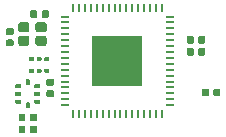
<source format=gtp>
G04 #@! TF.GenerationSoftware,KiCad,Pcbnew,5.0.1*
G04 #@! TF.CreationDate,2019-01-01T17:00:48+00:00*
G04 #@! TF.ProjectId,goodwatch30,676F6F64776174636833302E6B696361,30*
G04 #@! TF.SameCoordinates,Original*
G04 #@! TF.FileFunction,Paste,Top*
G04 #@! TF.FilePolarity,Positive*
%FSLAX46Y46*%
G04 Gerber Fmt 4.6, Leading zero omitted, Abs format (unit mm)*
G04 Created by KiCad (PCBNEW 5.0.1) date Tue 01 Jan 2019 05:00:48 PM UTC*
%MOMM*%
%LPD*%
G01*
G04 APERTURE LIST*
%ADD10C,0.100000*%
%ADD11C,0.590000*%
%ADD12C,0.330000*%
%ADD13C,0.350000*%
%ADD14C,0.850000*%
%ADD15O,0.800000X0.250000*%
%ADD16O,0.250000X0.800000*%
%ADD17R,4.250000X4.250000*%
G04 APERTURE END LIST*
D10*
G04 #@! TO.C,C2*
G36*
X114899958Y-74904710D02*
X114914276Y-74906834D01*
X114928317Y-74910351D01*
X114941946Y-74915228D01*
X114955031Y-74921417D01*
X114967447Y-74928858D01*
X114979073Y-74937481D01*
X114989798Y-74947202D01*
X114999519Y-74957927D01*
X115008142Y-74969553D01*
X115015583Y-74981969D01*
X115021772Y-74995054D01*
X115026649Y-75008683D01*
X115030166Y-75022724D01*
X115032290Y-75037042D01*
X115033000Y-75051500D01*
X115033000Y-75396500D01*
X115032290Y-75410958D01*
X115030166Y-75425276D01*
X115026649Y-75439317D01*
X115021772Y-75452946D01*
X115015583Y-75466031D01*
X115008142Y-75478447D01*
X114999519Y-75490073D01*
X114989798Y-75500798D01*
X114979073Y-75510519D01*
X114967447Y-75519142D01*
X114955031Y-75526583D01*
X114941946Y-75532772D01*
X114928317Y-75537649D01*
X114914276Y-75541166D01*
X114899958Y-75543290D01*
X114885500Y-75544000D01*
X114590500Y-75544000D01*
X114576042Y-75543290D01*
X114561724Y-75541166D01*
X114547683Y-75537649D01*
X114534054Y-75532772D01*
X114520969Y-75526583D01*
X114508553Y-75519142D01*
X114496927Y-75510519D01*
X114486202Y-75500798D01*
X114476481Y-75490073D01*
X114467858Y-75478447D01*
X114460417Y-75466031D01*
X114454228Y-75452946D01*
X114449351Y-75439317D01*
X114445834Y-75425276D01*
X114443710Y-75410958D01*
X114443000Y-75396500D01*
X114443000Y-75051500D01*
X114443710Y-75037042D01*
X114445834Y-75022724D01*
X114449351Y-75008683D01*
X114454228Y-74995054D01*
X114460417Y-74981969D01*
X114467858Y-74969553D01*
X114476481Y-74957927D01*
X114486202Y-74947202D01*
X114496927Y-74937481D01*
X114508553Y-74928858D01*
X114520969Y-74921417D01*
X114534054Y-74915228D01*
X114547683Y-74910351D01*
X114561724Y-74906834D01*
X114576042Y-74904710D01*
X114590500Y-74904000D01*
X114885500Y-74904000D01*
X114899958Y-74904710D01*
X114899958Y-74904710D01*
G37*
D11*
X114738000Y-75224000D03*
D10*
G36*
X113929958Y-74904710D02*
X113944276Y-74906834D01*
X113958317Y-74910351D01*
X113971946Y-74915228D01*
X113985031Y-74921417D01*
X113997447Y-74928858D01*
X114009073Y-74937481D01*
X114019798Y-74947202D01*
X114029519Y-74957927D01*
X114038142Y-74969553D01*
X114045583Y-74981969D01*
X114051772Y-74995054D01*
X114056649Y-75008683D01*
X114060166Y-75022724D01*
X114062290Y-75037042D01*
X114063000Y-75051500D01*
X114063000Y-75396500D01*
X114062290Y-75410958D01*
X114060166Y-75425276D01*
X114056649Y-75439317D01*
X114051772Y-75452946D01*
X114045583Y-75466031D01*
X114038142Y-75478447D01*
X114029519Y-75490073D01*
X114019798Y-75500798D01*
X114009073Y-75510519D01*
X113997447Y-75519142D01*
X113985031Y-75526583D01*
X113971946Y-75532772D01*
X113958317Y-75537649D01*
X113944276Y-75541166D01*
X113929958Y-75543290D01*
X113915500Y-75544000D01*
X113620500Y-75544000D01*
X113606042Y-75543290D01*
X113591724Y-75541166D01*
X113577683Y-75537649D01*
X113564054Y-75532772D01*
X113550969Y-75526583D01*
X113538553Y-75519142D01*
X113526927Y-75510519D01*
X113516202Y-75500798D01*
X113506481Y-75490073D01*
X113497858Y-75478447D01*
X113490417Y-75466031D01*
X113484228Y-75452946D01*
X113479351Y-75439317D01*
X113475834Y-75425276D01*
X113473710Y-75410958D01*
X113473000Y-75396500D01*
X113473000Y-75051500D01*
X113473710Y-75037042D01*
X113475834Y-75022724D01*
X113479351Y-75008683D01*
X113484228Y-74995054D01*
X113490417Y-74981969D01*
X113497858Y-74969553D01*
X113506481Y-74957927D01*
X113516202Y-74947202D01*
X113526927Y-74937481D01*
X113538553Y-74928858D01*
X113550969Y-74921417D01*
X113564054Y-74915228D01*
X113577683Y-74910351D01*
X113591724Y-74906834D01*
X113606042Y-74904710D01*
X113620500Y-74904000D01*
X113915500Y-74904000D01*
X113929958Y-74904710D01*
X113929958Y-74904710D01*
G37*
D11*
X113768000Y-75224000D03*
G04 #@! TD*
D10*
G04 #@! TO.C,C5*
G36*
X113929958Y-75920710D02*
X113944276Y-75922834D01*
X113958317Y-75926351D01*
X113971946Y-75931228D01*
X113985031Y-75937417D01*
X113997447Y-75944858D01*
X114009073Y-75953481D01*
X114019798Y-75963202D01*
X114029519Y-75973927D01*
X114038142Y-75985553D01*
X114045583Y-75997969D01*
X114051772Y-76011054D01*
X114056649Y-76024683D01*
X114060166Y-76038724D01*
X114062290Y-76053042D01*
X114063000Y-76067500D01*
X114063000Y-76412500D01*
X114062290Y-76426958D01*
X114060166Y-76441276D01*
X114056649Y-76455317D01*
X114051772Y-76468946D01*
X114045583Y-76482031D01*
X114038142Y-76494447D01*
X114029519Y-76506073D01*
X114019798Y-76516798D01*
X114009073Y-76526519D01*
X113997447Y-76535142D01*
X113985031Y-76542583D01*
X113971946Y-76548772D01*
X113958317Y-76553649D01*
X113944276Y-76557166D01*
X113929958Y-76559290D01*
X113915500Y-76560000D01*
X113620500Y-76560000D01*
X113606042Y-76559290D01*
X113591724Y-76557166D01*
X113577683Y-76553649D01*
X113564054Y-76548772D01*
X113550969Y-76542583D01*
X113538553Y-76535142D01*
X113526927Y-76526519D01*
X113516202Y-76516798D01*
X113506481Y-76506073D01*
X113497858Y-76494447D01*
X113490417Y-76482031D01*
X113484228Y-76468946D01*
X113479351Y-76455317D01*
X113475834Y-76441276D01*
X113473710Y-76426958D01*
X113473000Y-76412500D01*
X113473000Y-76067500D01*
X113473710Y-76053042D01*
X113475834Y-76038724D01*
X113479351Y-76024683D01*
X113484228Y-76011054D01*
X113490417Y-75997969D01*
X113497858Y-75985553D01*
X113506481Y-75973927D01*
X113516202Y-75963202D01*
X113526927Y-75953481D01*
X113538553Y-75944858D01*
X113550969Y-75937417D01*
X113564054Y-75931228D01*
X113577683Y-75926351D01*
X113591724Y-75922834D01*
X113606042Y-75920710D01*
X113620500Y-75920000D01*
X113915500Y-75920000D01*
X113929958Y-75920710D01*
X113929958Y-75920710D01*
G37*
D11*
X113768000Y-76240000D03*
D10*
G36*
X114899958Y-75920710D02*
X114914276Y-75922834D01*
X114928317Y-75926351D01*
X114941946Y-75931228D01*
X114955031Y-75937417D01*
X114967447Y-75944858D01*
X114979073Y-75953481D01*
X114989798Y-75963202D01*
X114999519Y-75973927D01*
X115008142Y-75985553D01*
X115015583Y-75997969D01*
X115021772Y-76011054D01*
X115026649Y-76024683D01*
X115030166Y-76038724D01*
X115032290Y-76053042D01*
X115033000Y-76067500D01*
X115033000Y-76412500D01*
X115032290Y-76426958D01*
X115030166Y-76441276D01*
X115026649Y-76455317D01*
X115021772Y-76468946D01*
X115015583Y-76482031D01*
X115008142Y-76494447D01*
X114999519Y-76506073D01*
X114989798Y-76516798D01*
X114979073Y-76526519D01*
X114967447Y-76535142D01*
X114955031Y-76542583D01*
X114941946Y-76548772D01*
X114928317Y-76553649D01*
X114914276Y-76557166D01*
X114899958Y-76559290D01*
X114885500Y-76560000D01*
X114590500Y-76560000D01*
X114576042Y-76559290D01*
X114561724Y-76557166D01*
X114547683Y-76553649D01*
X114534054Y-76548772D01*
X114520969Y-76542583D01*
X114508553Y-76535142D01*
X114496927Y-76526519D01*
X114486202Y-76516798D01*
X114476481Y-76506073D01*
X114467858Y-76494447D01*
X114460417Y-76482031D01*
X114454228Y-76468946D01*
X114449351Y-76455317D01*
X114445834Y-76441276D01*
X114443710Y-76426958D01*
X114443000Y-76412500D01*
X114443000Y-76067500D01*
X114443710Y-76053042D01*
X114445834Y-76038724D01*
X114449351Y-76024683D01*
X114454228Y-76011054D01*
X114460417Y-75997969D01*
X114467858Y-75985553D01*
X114476481Y-75973927D01*
X114486202Y-75963202D01*
X114496927Y-75953481D01*
X114508553Y-75944858D01*
X114520969Y-75937417D01*
X114534054Y-75931228D01*
X114547683Y-75926351D01*
X114561724Y-75922834D01*
X114576042Y-75920710D01*
X114590500Y-75920000D01*
X114885500Y-75920000D01*
X114899958Y-75920710D01*
X114899958Y-75920710D01*
G37*
D11*
X114738000Y-76240000D03*
G04 #@! TD*
D10*
G04 #@! TO.C,C6*
G36*
X100676958Y-72720310D02*
X100691276Y-72722434D01*
X100705317Y-72725951D01*
X100718946Y-72730828D01*
X100732031Y-72737017D01*
X100744447Y-72744458D01*
X100756073Y-72753081D01*
X100766798Y-72762802D01*
X100776519Y-72773527D01*
X100785142Y-72785153D01*
X100792583Y-72797569D01*
X100798772Y-72810654D01*
X100803649Y-72824283D01*
X100807166Y-72838324D01*
X100809290Y-72852642D01*
X100810000Y-72867100D01*
X100810000Y-73212100D01*
X100809290Y-73226558D01*
X100807166Y-73240876D01*
X100803649Y-73254917D01*
X100798772Y-73268546D01*
X100792583Y-73281631D01*
X100785142Y-73294047D01*
X100776519Y-73305673D01*
X100766798Y-73316398D01*
X100756073Y-73326119D01*
X100744447Y-73334742D01*
X100732031Y-73342183D01*
X100718946Y-73348372D01*
X100705317Y-73353249D01*
X100691276Y-73356766D01*
X100676958Y-73358890D01*
X100662500Y-73359600D01*
X100367500Y-73359600D01*
X100353042Y-73358890D01*
X100338724Y-73356766D01*
X100324683Y-73353249D01*
X100311054Y-73348372D01*
X100297969Y-73342183D01*
X100285553Y-73334742D01*
X100273927Y-73326119D01*
X100263202Y-73316398D01*
X100253481Y-73305673D01*
X100244858Y-73294047D01*
X100237417Y-73281631D01*
X100231228Y-73268546D01*
X100226351Y-73254917D01*
X100222834Y-73240876D01*
X100220710Y-73226558D01*
X100220000Y-73212100D01*
X100220000Y-72867100D01*
X100220710Y-72852642D01*
X100222834Y-72838324D01*
X100226351Y-72824283D01*
X100231228Y-72810654D01*
X100237417Y-72797569D01*
X100244858Y-72785153D01*
X100253481Y-72773527D01*
X100263202Y-72762802D01*
X100273927Y-72753081D01*
X100285553Y-72744458D01*
X100297969Y-72737017D01*
X100311054Y-72730828D01*
X100324683Y-72725951D01*
X100338724Y-72722434D01*
X100353042Y-72720310D01*
X100367500Y-72719600D01*
X100662500Y-72719600D01*
X100676958Y-72720310D01*
X100676958Y-72720310D01*
G37*
D11*
X100515000Y-73039600D03*
D10*
G36*
X101646958Y-72720310D02*
X101661276Y-72722434D01*
X101675317Y-72725951D01*
X101688946Y-72730828D01*
X101702031Y-72737017D01*
X101714447Y-72744458D01*
X101726073Y-72753081D01*
X101736798Y-72762802D01*
X101746519Y-72773527D01*
X101755142Y-72785153D01*
X101762583Y-72797569D01*
X101768772Y-72810654D01*
X101773649Y-72824283D01*
X101777166Y-72838324D01*
X101779290Y-72852642D01*
X101780000Y-72867100D01*
X101780000Y-73212100D01*
X101779290Y-73226558D01*
X101777166Y-73240876D01*
X101773649Y-73254917D01*
X101768772Y-73268546D01*
X101762583Y-73281631D01*
X101755142Y-73294047D01*
X101746519Y-73305673D01*
X101736798Y-73316398D01*
X101726073Y-73326119D01*
X101714447Y-73334742D01*
X101702031Y-73342183D01*
X101688946Y-73348372D01*
X101675317Y-73353249D01*
X101661276Y-73356766D01*
X101646958Y-73358890D01*
X101632500Y-73359600D01*
X101337500Y-73359600D01*
X101323042Y-73358890D01*
X101308724Y-73356766D01*
X101294683Y-73353249D01*
X101281054Y-73348372D01*
X101267969Y-73342183D01*
X101255553Y-73334742D01*
X101243927Y-73326119D01*
X101233202Y-73316398D01*
X101223481Y-73305673D01*
X101214858Y-73294047D01*
X101207417Y-73281631D01*
X101201228Y-73268546D01*
X101196351Y-73254917D01*
X101192834Y-73240876D01*
X101190710Y-73226558D01*
X101190000Y-73212100D01*
X101190000Y-72867100D01*
X101190710Y-72852642D01*
X101192834Y-72838324D01*
X101196351Y-72824283D01*
X101201228Y-72810654D01*
X101207417Y-72797569D01*
X101214858Y-72785153D01*
X101223481Y-72773527D01*
X101233202Y-72762802D01*
X101243927Y-72753081D01*
X101255553Y-72744458D01*
X101267969Y-72737017D01*
X101281054Y-72730828D01*
X101294683Y-72725951D01*
X101308724Y-72722434D01*
X101323042Y-72720310D01*
X101337500Y-72719600D01*
X101632500Y-72719600D01*
X101646958Y-72720310D01*
X101646958Y-72720310D01*
G37*
D11*
X101485000Y-73039600D03*
G04 #@! TD*
D10*
G04 #@! TO.C,C7*
G36*
X98666558Y-75190710D02*
X98680876Y-75192834D01*
X98694917Y-75196351D01*
X98708546Y-75201228D01*
X98721631Y-75207417D01*
X98734047Y-75214858D01*
X98745673Y-75223481D01*
X98756398Y-75233202D01*
X98766119Y-75243927D01*
X98774742Y-75255553D01*
X98782183Y-75267969D01*
X98788372Y-75281054D01*
X98793249Y-75294683D01*
X98796766Y-75308724D01*
X98798890Y-75323042D01*
X98799600Y-75337500D01*
X98799600Y-75632500D01*
X98798890Y-75646958D01*
X98796766Y-75661276D01*
X98793249Y-75675317D01*
X98788372Y-75688946D01*
X98782183Y-75702031D01*
X98774742Y-75714447D01*
X98766119Y-75726073D01*
X98756398Y-75736798D01*
X98745673Y-75746519D01*
X98734047Y-75755142D01*
X98721631Y-75762583D01*
X98708546Y-75768772D01*
X98694917Y-75773649D01*
X98680876Y-75777166D01*
X98666558Y-75779290D01*
X98652100Y-75780000D01*
X98307100Y-75780000D01*
X98292642Y-75779290D01*
X98278324Y-75777166D01*
X98264283Y-75773649D01*
X98250654Y-75768772D01*
X98237569Y-75762583D01*
X98225153Y-75755142D01*
X98213527Y-75746519D01*
X98202802Y-75736798D01*
X98193081Y-75726073D01*
X98184458Y-75714447D01*
X98177017Y-75702031D01*
X98170828Y-75688946D01*
X98165951Y-75675317D01*
X98162434Y-75661276D01*
X98160310Y-75646958D01*
X98159600Y-75632500D01*
X98159600Y-75337500D01*
X98160310Y-75323042D01*
X98162434Y-75308724D01*
X98165951Y-75294683D01*
X98170828Y-75281054D01*
X98177017Y-75267969D01*
X98184458Y-75255553D01*
X98193081Y-75243927D01*
X98202802Y-75233202D01*
X98213527Y-75223481D01*
X98225153Y-75214858D01*
X98237569Y-75207417D01*
X98250654Y-75201228D01*
X98264283Y-75196351D01*
X98278324Y-75192834D01*
X98292642Y-75190710D01*
X98307100Y-75190000D01*
X98652100Y-75190000D01*
X98666558Y-75190710D01*
X98666558Y-75190710D01*
G37*
D11*
X98479600Y-75485000D03*
D10*
G36*
X98666558Y-74220710D02*
X98680876Y-74222834D01*
X98694917Y-74226351D01*
X98708546Y-74231228D01*
X98721631Y-74237417D01*
X98734047Y-74244858D01*
X98745673Y-74253481D01*
X98756398Y-74263202D01*
X98766119Y-74273927D01*
X98774742Y-74285553D01*
X98782183Y-74297969D01*
X98788372Y-74311054D01*
X98793249Y-74324683D01*
X98796766Y-74338724D01*
X98798890Y-74353042D01*
X98799600Y-74367500D01*
X98799600Y-74662500D01*
X98798890Y-74676958D01*
X98796766Y-74691276D01*
X98793249Y-74705317D01*
X98788372Y-74718946D01*
X98782183Y-74732031D01*
X98774742Y-74744447D01*
X98766119Y-74756073D01*
X98756398Y-74766798D01*
X98745673Y-74776519D01*
X98734047Y-74785142D01*
X98721631Y-74792583D01*
X98708546Y-74798772D01*
X98694917Y-74803649D01*
X98680876Y-74807166D01*
X98666558Y-74809290D01*
X98652100Y-74810000D01*
X98307100Y-74810000D01*
X98292642Y-74809290D01*
X98278324Y-74807166D01*
X98264283Y-74803649D01*
X98250654Y-74798772D01*
X98237569Y-74792583D01*
X98225153Y-74785142D01*
X98213527Y-74776519D01*
X98202802Y-74766798D01*
X98193081Y-74756073D01*
X98184458Y-74744447D01*
X98177017Y-74732031D01*
X98170828Y-74718946D01*
X98165951Y-74705317D01*
X98162434Y-74691276D01*
X98160310Y-74676958D01*
X98159600Y-74662500D01*
X98159600Y-74367500D01*
X98160310Y-74353042D01*
X98162434Y-74338724D01*
X98165951Y-74324683D01*
X98170828Y-74311054D01*
X98177017Y-74297969D01*
X98184458Y-74285553D01*
X98193081Y-74273927D01*
X98202802Y-74263202D01*
X98213527Y-74253481D01*
X98225153Y-74244858D01*
X98237569Y-74237417D01*
X98250654Y-74231228D01*
X98264283Y-74226351D01*
X98278324Y-74222834D01*
X98292642Y-74220710D01*
X98307100Y-74220000D01*
X98652100Y-74220000D01*
X98666558Y-74220710D01*
X98666558Y-74220710D01*
G37*
D11*
X98479600Y-74515000D03*
G04 #@! TD*
D10*
G04 #@! TO.C,C10*
G36*
X100646958Y-81480710D02*
X100661276Y-81482834D01*
X100675317Y-81486351D01*
X100688946Y-81491228D01*
X100702031Y-81497417D01*
X100714447Y-81504858D01*
X100726073Y-81513481D01*
X100736798Y-81523202D01*
X100746519Y-81533927D01*
X100755142Y-81545553D01*
X100762583Y-81557969D01*
X100768772Y-81571054D01*
X100773649Y-81584683D01*
X100777166Y-81598724D01*
X100779290Y-81613042D01*
X100780000Y-81627500D01*
X100780000Y-81972500D01*
X100779290Y-81986958D01*
X100777166Y-82001276D01*
X100773649Y-82015317D01*
X100768772Y-82028946D01*
X100762583Y-82042031D01*
X100755142Y-82054447D01*
X100746519Y-82066073D01*
X100736798Y-82076798D01*
X100726073Y-82086519D01*
X100714447Y-82095142D01*
X100702031Y-82102583D01*
X100688946Y-82108772D01*
X100675317Y-82113649D01*
X100661276Y-82117166D01*
X100646958Y-82119290D01*
X100632500Y-82120000D01*
X100337500Y-82120000D01*
X100323042Y-82119290D01*
X100308724Y-82117166D01*
X100294683Y-82113649D01*
X100281054Y-82108772D01*
X100267969Y-82102583D01*
X100255553Y-82095142D01*
X100243927Y-82086519D01*
X100233202Y-82076798D01*
X100223481Y-82066073D01*
X100214858Y-82054447D01*
X100207417Y-82042031D01*
X100201228Y-82028946D01*
X100196351Y-82015317D01*
X100192834Y-82001276D01*
X100190710Y-81986958D01*
X100190000Y-81972500D01*
X100190000Y-81627500D01*
X100190710Y-81613042D01*
X100192834Y-81598724D01*
X100196351Y-81584683D01*
X100201228Y-81571054D01*
X100207417Y-81557969D01*
X100214858Y-81545553D01*
X100223481Y-81533927D01*
X100233202Y-81523202D01*
X100243927Y-81513481D01*
X100255553Y-81504858D01*
X100267969Y-81497417D01*
X100281054Y-81491228D01*
X100294683Y-81486351D01*
X100308724Y-81482834D01*
X100323042Y-81480710D01*
X100337500Y-81480000D01*
X100632500Y-81480000D01*
X100646958Y-81480710D01*
X100646958Y-81480710D01*
G37*
D11*
X100485000Y-81800000D03*
D10*
G36*
X99676958Y-81480710D02*
X99691276Y-81482834D01*
X99705317Y-81486351D01*
X99718946Y-81491228D01*
X99732031Y-81497417D01*
X99744447Y-81504858D01*
X99756073Y-81513481D01*
X99766798Y-81523202D01*
X99776519Y-81533927D01*
X99785142Y-81545553D01*
X99792583Y-81557969D01*
X99798772Y-81571054D01*
X99803649Y-81584683D01*
X99807166Y-81598724D01*
X99809290Y-81613042D01*
X99810000Y-81627500D01*
X99810000Y-81972500D01*
X99809290Y-81986958D01*
X99807166Y-82001276D01*
X99803649Y-82015317D01*
X99798772Y-82028946D01*
X99792583Y-82042031D01*
X99785142Y-82054447D01*
X99776519Y-82066073D01*
X99766798Y-82076798D01*
X99756073Y-82086519D01*
X99744447Y-82095142D01*
X99732031Y-82102583D01*
X99718946Y-82108772D01*
X99705317Y-82113649D01*
X99691276Y-82117166D01*
X99676958Y-82119290D01*
X99662500Y-82120000D01*
X99367500Y-82120000D01*
X99353042Y-82119290D01*
X99338724Y-82117166D01*
X99324683Y-82113649D01*
X99311054Y-82108772D01*
X99297969Y-82102583D01*
X99285553Y-82095142D01*
X99273927Y-82086519D01*
X99263202Y-82076798D01*
X99253481Y-82066073D01*
X99244858Y-82054447D01*
X99237417Y-82042031D01*
X99231228Y-82028946D01*
X99226351Y-82015317D01*
X99222834Y-82001276D01*
X99220710Y-81986958D01*
X99220000Y-81972500D01*
X99220000Y-81627500D01*
X99220710Y-81613042D01*
X99222834Y-81598724D01*
X99226351Y-81584683D01*
X99231228Y-81571054D01*
X99237417Y-81557969D01*
X99244858Y-81545553D01*
X99253481Y-81533927D01*
X99263202Y-81523202D01*
X99273927Y-81513481D01*
X99285553Y-81504858D01*
X99297969Y-81497417D01*
X99311054Y-81491228D01*
X99324683Y-81486351D01*
X99338724Y-81482834D01*
X99353042Y-81480710D01*
X99367500Y-81480000D01*
X99662500Y-81480000D01*
X99676958Y-81480710D01*
X99676958Y-81480710D01*
G37*
D11*
X99515000Y-81800000D03*
G04 #@! TD*
D10*
G04 #@! TO.C,R1*
G36*
X99676958Y-82480710D02*
X99691276Y-82482834D01*
X99705317Y-82486351D01*
X99718946Y-82491228D01*
X99732031Y-82497417D01*
X99744447Y-82504858D01*
X99756073Y-82513481D01*
X99766798Y-82523202D01*
X99776519Y-82533927D01*
X99785142Y-82545553D01*
X99792583Y-82557969D01*
X99798772Y-82571054D01*
X99803649Y-82584683D01*
X99807166Y-82598724D01*
X99809290Y-82613042D01*
X99810000Y-82627500D01*
X99810000Y-82972500D01*
X99809290Y-82986958D01*
X99807166Y-83001276D01*
X99803649Y-83015317D01*
X99798772Y-83028946D01*
X99792583Y-83042031D01*
X99785142Y-83054447D01*
X99776519Y-83066073D01*
X99766798Y-83076798D01*
X99756073Y-83086519D01*
X99744447Y-83095142D01*
X99732031Y-83102583D01*
X99718946Y-83108772D01*
X99705317Y-83113649D01*
X99691276Y-83117166D01*
X99676958Y-83119290D01*
X99662500Y-83120000D01*
X99367500Y-83120000D01*
X99353042Y-83119290D01*
X99338724Y-83117166D01*
X99324683Y-83113649D01*
X99311054Y-83108772D01*
X99297969Y-83102583D01*
X99285553Y-83095142D01*
X99273927Y-83086519D01*
X99263202Y-83076798D01*
X99253481Y-83066073D01*
X99244858Y-83054447D01*
X99237417Y-83042031D01*
X99231228Y-83028946D01*
X99226351Y-83015317D01*
X99222834Y-83001276D01*
X99220710Y-82986958D01*
X99220000Y-82972500D01*
X99220000Y-82627500D01*
X99220710Y-82613042D01*
X99222834Y-82598724D01*
X99226351Y-82584683D01*
X99231228Y-82571054D01*
X99237417Y-82557969D01*
X99244858Y-82545553D01*
X99253481Y-82533927D01*
X99263202Y-82523202D01*
X99273927Y-82513481D01*
X99285553Y-82504858D01*
X99297969Y-82497417D01*
X99311054Y-82491228D01*
X99324683Y-82486351D01*
X99338724Y-82482834D01*
X99353042Y-82480710D01*
X99367500Y-82480000D01*
X99662500Y-82480000D01*
X99676958Y-82480710D01*
X99676958Y-82480710D01*
G37*
D11*
X99515000Y-82800000D03*
D10*
G36*
X100646958Y-82480710D02*
X100661276Y-82482834D01*
X100675317Y-82486351D01*
X100688946Y-82491228D01*
X100702031Y-82497417D01*
X100714447Y-82504858D01*
X100726073Y-82513481D01*
X100736798Y-82523202D01*
X100746519Y-82533927D01*
X100755142Y-82545553D01*
X100762583Y-82557969D01*
X100768772Y-82571054D01*
X100773649Y-82584683D01*
X100777166Y-82598724D01*
X100779290Y-82613042D01*
X100780000Y-82627500D01*
X100780000Y-82972500D01*
X100779290Y-82986958D01*
X100777166Y-83001276D01*
X100773649Y-83015317D01*
X100768772Y-83028946D01*
X100762583Y-83042031D01*
X100755142Y-83054447D01*
X100746519Y-83066073D01*
X100736798Y-83076798D01*
X100726073Y-83086519D01*
X100714447Y-83095142D01*
X100702031Y-83102583D01*
X100688946Y-83108772D01*
X100675317Y-83113649D01*
X100661276Y-83117166D01*
X100646958Y-83119290D01*
X100632500Y-83120000D01*
X100337500Y-83120000D01*
X100323042Y-83119290D01*
X100308724Y-83117166D01*
X100294683Y-83113649D01*
X100281054Y-83108772D01*
X100267969Y-83102583D01*
X100255553Y-83095142D01*
X100243927Y-83086519D01*
X100233202Y-83076798D01*
X100223481Y-83066073D01*
X100214858Y-83054447D01*
X100207417Y-83042031D01*
X100201228Y-83028946D01*
X100196351Y-83015317D01*
X100192834Y-83001276D01*
X100190710Y-82986958D01*
X100190000Y-82972500D01*
X100190000Y-82627500D01*
X100190710Y-82613042D01*
X100192834Y-82598724D01*
X100196351Y-82584683D01*
X100201228Y-82571054D01*
X100207417Y-82557969D01*
X100214858Y-82545553D01*
X100223481Y-82533927D01*
X100233202Y-82523202D01*
X100243927Y-82513481D01*
X100255553Y-82504858D01*
X100267969Y-82497417D01*
X100281054Y-82491228D01*
X100294683Y-82486351D01*
X100308724Y-82482834D01*
X100323042Y-82480710D01*
X100337500Y-82480000D01*
X100632500Y-82480000D01*
X100646958Y-82480710D01*
X100646958Y-82480710D01*
G37*
D11*
X100485000Y-82800000D03*
G04 #@! TD*
D10*
G04 #@! TO.C,R2*
G36*
X102086958Y-78520710D02*
X102101276Y-78522834D01*
X102115317Y-78526351D01*
X102128946Y-78531228D01*
X102142031Y-78537417D01*
X102154447Y-78544858D01*
X102166073Y-78553481D01*
X102176798Y-78563202D01*
X102186519Y-78573927D01*
X102195142Y-78585553D01*
X102202583Y-78597969D01*
X102208772Y-78611054D01*
X102213649Y-78624683D01*
X102217166Y-78638724D01*
X102219290Y-78653042D01*
X102220000Y-78667500D01*
X102220000Y-78962500D01*
X102219290Y-78976958D01*
X102217166Y-78991276D01*
X102213649Y-79005317D01*
X102208772Y-79018946D01*
X102202583Y-79032031D01*
X102195142Y-79044447D01*
X102186519Y-79056073D01*
X102176798Y-79066798D01*
X102166073Y-79076519D01*
X102154447Y-79085142D01*
X102142031Y-79092583D01*
X102128946Y-79098772D01*
X102115317Y-79103649D01*
X102101276Y-79107166D01*
X102086958Y-79109290D01*
X102072500Y-79110000D01*
X101727500Y-79110000D01*
X101713042Y-79109290D01*
X101698724Y-79107166D01*
X101684683Y-79103649D01*
X101671054Y-79098772D01*
X101657969Y-79092583D01*
X101645553Y-79085142D01*
X101633927Y-79076519D01*
X101623202Y-79066798D01*
X101613481Y-79056073D01*
X101604858Y-79044447D01*
X101597417Y-79032031D01*
X101591228Y-79018946D01*
X101586351Y-79005317D01*
X101582834Y-78991276D01*
X101580710Y-78976958D01*
X101580000Y-78962500D01*
X101580000Y-78667500D01*
X101580710Y-78653042D01*
X101582834Y-78638724D01*
X101586351Y-78624683D01*
X101591228Y-78611054D01*
X101597417Y-78597969D01*
X101604858Y-78585553D01*
X101613481Y-78573927D01*
X101623202Y-78563202D01*
X101633927Y-78553481D01*
X101645553Y-78544858D01*
X101657969Y-78537417D01*
X101671054Y-78531228D01*
X101684683Y-78526351D01*
X101698724Y-78522834D01*
X101713042Y-78520710D01*
X101727500Y-78520000D01*
X102072500Y-78520000D01*
X102086958Y-78520710D01*
X102086958Y-78520710D01*
G37*
D11*
X101900000Y-78815000D03*
D10*
G36*
X102086958Y-79490710D02*
X102101276Y-79492834D01*
X102115317Y-79496351D01*
X102128946Y-79501228D01*
X102142031Y-79507417D01*
X102154447Y-79514858D01*
X102166073Y-79523481D01*
X102176798Y-79533202D01*
X102186519Y-79543927D01*
X102195142Y-79555553D01*
X102202583Y-79567969D01*
X102208772Y-79581054D01*
X102213649Y-79594683D01*
X102217166Y-79608724D01*
X102219290Y-79623042D01*
X102220000Y-79637500D01*
X102220000Y-79932500D01*
X102219290Y-79946958D01*
X102217166Y-79961276D01*
X102213649Y-79975317D01*
X102208772Y-79988946D01*
X102202583Y-80002031D01*
X102195142Y-80014447D01*
X102186519Y-80026073D01*
X102176798Y-80036798D01*
X102166073Y-80046519D01*
X102154447Y-80055142D01*
X102142031Y-80062583D01*
X102128946Y-80068772D01*
X102115317Y-80073649D01*
X102101276Y-80077166D01*
X102086958Y-80079290D01*
X102072500Y-80080000D01*
X101727500Y-80080000D01*
X101713042Y-80079290D01*
X101698724Y-80077166D01*
X101684683Y-80073649D01*
X101671054Y-80068772D01*
X101657969Y-80062583D01*
X101645553Y-80055142D01*
X101633927Y-80046519D01*
X101623202Y-80036798D01*
X101613481Y-80026073D01*
X101604858Y-80014447D01*
X101597417Y-80002031D01*
X101591228Y-79988946D01*
X101586351Y-79975317D01*
X101582834Y-79961276D01*
X101580710Y-79946958D01*
X101580000Y-79932500D01*
X101580000Y-79637500D01*
X101580710Y-79623042D01*
X101582834Y-79608724D01*
X101586351Y-79594683D01*
X101591228Y-79581054D01*
X101597417Y-79567969D01*
X101604858Y-79555553D01*
X101613481Y-79543927D01*
X101623202Y-79533202D01*
X101633927Y-79523481D01*
X101645553Y-79514858D01*
X101657969Y-79507417D01*
X101671054Y-79501228D01*
X101684683Y-79496351D01*
X101698724Y-79492834D01*
X101713042Y-79490710D01*
X101727500Y-79490000D01*
X102072500Y-79490000D01*
X102086958Y-79490710D01*
X102086958Y-79490710D01*
G37*
D11*
X101900000Y-79785000D03*
G04 #@! TD*
D10*
G04 #@! TO.C,U3*
G36*
X100445586Y-76678397D02*
X100453595Y-76679585D01*
X100461448Y-76681552D01*
X100469071Y-76684280D01*
X100476390Y-76687741D01*
X100483335Y-76691904D01*
X100489837Y-76696727D01*
X100495836Y-76702164D01*
X100501273Y-76708163D01*
X100506096Y-76714665D01*
X100510259Y-76721610D01*
X100513720Y-76728929D01*
X100516448Y-76736552D01*
X100518415Y-76744405D01*
X100519603Y-76752414D01*
X100520000Y-76760500D01*
X100520000Y-76925500D01*
X100519603Y-76933586D01*
X100518415Y-76941595D01*
X100516448Y-76949448D01*
X100513720Y-76957071D01*
X100510259Y-76964390D01*
X100506096Y-76971335D01*
X100501273Y-76977837D01*
X100495836Y-76983836D01*
X100489837Y-76989273D01*
X100483335Y-76994096D01*
X100476390Y-76998259D01*
X100469071Y-77001720D01*
X100461448Y-77004448D01*
X100453595Y-77006415D01*
X100445586Y-77007603D01*
X100437500Y-77008000D01*
X100192500Y-77008000D01*
X100184414Y-77007603D01*
X100176405Y-77006415D01*
X100168552Y-77004448D01*
X100160929Y-77001720D01*
X100153610Y-76998259D01*
X100146665Y-76994096D01*
X100140163Y-76989273D01*
X100134164Y-76983836D01*
X100128727Y-76977837D01*
X100123904Y-76971335D01*
X100119741Y-76964390D01*
X100116280Y-76957071D01*
X100113552Y-76949448D01*
X100111585Y-76941595D01*
X100110397Y-76933586D01*
X100110000Y-76925500D01*
X100110000Y-76760500D01*
X100110397Y-76752414D01*
X100111585Y-76744405D01*
X100113552Y-76736552D01*
X100116280Y-76728929D01*
X100119741Y-76721610D01*
X100123904Y-76714665D01*
X100128727Y-76708163D01*
X100134164Y-76702164D01*
X100140163Y-76696727D01*
X100146665Y-76691904D01*
X100153610Y-76687741D01*
X100160929Y-76684280D01*
X100168552Y-76681552D01*
X100176405Y-76679585D01*
X100184414Y-76678397D01*
X100192500Y-76678000D01*
X100437500Y-76678000D01*
X100445586Y-76678397D01*
X100445586Y-76678397D01*
G37*
D12*
X100315000Y-76843000D03*
D10*
G36*
X101095586Y-76678397D02*
X101103595Y-76679585D01*
X101111448Y-76681552D01*
X101119071Y-76684280D01*
X101126390Y-76687741D01*
X101133335Y-76691904D01*
X101139837Y-76696727D01*
X101145836Y-76702164D01*
X101151273Y-76708163D01*
X101156096Y-76714665D01*
X101160259Y-76721610D01*
X101163720Y-76728929D01*
X101166448Y-76736552D01*
X101168415Y-76744405D01*
X101169603Y-76752414D01*
X101170000Y-76760500D01*
X101170000Y-76925500D01*
X101169603Y-76933586D01*
X101168415Y-76941595D01*
X101166448Y-76949448D01*
X101163720Y-76957071D01*
X101160259Y-76964390D01*
X101156096Y-76971335D01*
X101151273Y-76977837D01*
X101145836Y-76983836D01*
X101139837Y-76989273D01*
X101133335Y-76994096D01*
X101126390Y-76998259D01*
X101119071Y-77001720D01*
X101111448Y-77004448D01*
X101103595Y-77006415D01*
X101095586Y-77007603D01*
X101087500Y-77008000D01*
X100842500Y-77008000D01*
X100834414Y-77007603D01*
X100826405Y-77006415D01*
X100818552Y-77004448D01*
X100810929Y-77001720D01*
X100803610Y-76998259D01*
X100796665Y-76994096D01*
X100790163Y-76989273D01*
X100784164Y-76983836D01*
X100778727Y-76977837D01*
X100773904Y-76971335D01*
X100769741Y-76964390D01*
X100766280Y-76957071D01*
X100763552Y-76949448D01*
X100761585Y-76941595D01*
X100760397Y-76933586D01*
X100760000Y-76925500D01*
X100760000Y-76760500D01*
X100760397Y-76752414D01*
X100761585Y-76744405D01*
X100763552Y-76736552D01*
X100766280Y-76728929D01*
X100769741Y-76721610D01*
X100773904Y-76714665D01*
X100778727Y-76708163D01*
X100784164Y-76702164D01*
X100790163Y-76696727D01*
X100796665Y-76691904D01*
X100803610Y-76687741D01*
X100810929Y-76684280D01*
X100818552Y-76681552D01*
X100826405Y-76679585D01*
X100834414Y-76678397D01*
X100842500Y-76678000D01*
X101087500Y-76678000D01*
X101095586Y-76678397D01*
X101095586Y-76678397D01*
G37*
D12*
X100965000Y-76843000D03*
D10*
G36*
X101745586Y-76678397D02*
X101753595Y-76679585D01*
X101761448Y-76681552D01*
X101769071Y-76684280D01*
X101776390Y-76687741D01*
X101783335Y-76691904D01*
X101789837Y-76696727D01*
X101795836Y-76702164D01*
X101801273Y-76708163D01*
X101806096Y-76714665D01*
X101810259Y-76721610D01*
X101813720Y-76728929D01*
X101816448Y-76736552D01*
X101818415Y-76744405D01*
X101819603Y-76752414D01*
X101820000Y-76760500D01*
X101820000Y-76925500D01*
X101819603Y-76933586D01*
X101818415Y-76941595D01*
X101816448Y-76949448D01*
X101813720Y-76957071D01*
X101810259Y-76964390D01*
X101806096Y-76971335D01*
X101801273Y-76977837D01*
X101795836Y-76983836D01*
X101789837Y-76989273D01*
X101783335Y-76994096D01*
X101776390Y-76998259D01*
X101769071Y-77001720D01*
X101761448Y-77004448D01*
X101753595Y-77006415D01*
X101745586Y-77007603D01*
X101737500Y-77008000D01*
X101492500Y-77008000D01*
X101484414Y-77007603D01*
X101476405Y-77006415D01*
X101468552Y-77004448D01*
X101460929Y-77001720D01*
X101453610Y-76998259D01*
X101446665Y-76994096D01*
X101440163Y-76989273D01*
X101434164Y-76983836D01*
X101428727Y-76977837D01*
X101423904Y-76971335D01*
X101419741Y-76964390D01*
X101416280Y-76957071D01*
X101413552Y-76949448D01*
X101411585Y-76941595D01*
X101410397Y-76933586D01*
X101410000Y-76925500D01*
X101410000Y-76760500D01*
X101410397Y-76752414D01*
X101411585Y-76744405D01*
X101413552Y-76736552D01*
X101416280Y-76728929D01*
X101419741Y-76721610D01*
X101423904Y-76714665D01*
X101428727Y-76708163D01*
X101434164Y-76702164D01*
X101440163Y-76696727D01*
X101446665Y-76691904D01*
X101453610Y-76687741D01*
X101460929Y-76684280D01*
X101468552Y-76681552D01*
X101476405Y-76679585D01*
X101484414Y-76678397D01*
X101492500Y-76678000D01*
X101737500Y-76678000D01*
X101745586Y-76678397D01*
X101745586Y-76678397D01*
G37*
D12*
X101615000Y-76843000D03*
D10*
G36*
X101745586Y-77678397D02*
X101753595Y-77679585D01*
X101761448Y-77681552D01*
X101769071Y-77684280D01*
X101776390Y-77687741D01*
X101783335Y-77691904D01*
X101789837Y-77696727D01*
X101795836Y-77702164D01*
X101801273Y-77708163D01*
X101806096Y-77714665D01*
X101810259Y-77721610D01*
X101813720Y-77728929D01*
X101816448Y-77736552D01*
X101818415Y-77744405D01*
X101819603Y-77752414D01*
X101820000Y-77760500D01*
X101820000Y-77925500D01*
X101819603Y-77933586D01*
X101818415Y-77941595D01*
X101816448Y-77949448D01*
X101813720Y-77957071D01*
X101810259Y-77964390D01*
X101806096Y-77971335D01*
X101801273Y-77977837D01*
X101795836Y-77983836D01*
X101789837Y-77989273D01*
X101783335Y-77994096D01*
X101776390Y-77998259D01*
X101769071Y-78001720D01*
X101761448Y-78004448D01*
X101753595Y-78006415D01*
X101745586Y-78007603D01*
X101737500Y-78008000D01*
X101492500Y-78008000D01*
X101484414Y-78007603D01*
X101476405Y-78006415D01*
X101468552Y-78004448D01*
X101460929Y-78001720D01*
X101453610Y-77998259D01*
X101446665Y-77994096D01*
X101440163Y-77989273D01*
X101434164Y-77983836D01*
X101428727Y-77977837D01*
X101423904Y-77971335D01*
X101419741Y-77964390D01*
X101416280Y-77957071D01*
X101413552Y-77949448D01*
X101411585Y-77941595D01*
X101410397Y-77933586D01*
X101410000Y-77925500D01*
X101410000Y-77760500D01*
X101410397Y-77752414D01*
X101411585Y-77744405D01*
X101413552Y-77736552D01*
X101416280Y-77728929D01*
X101419741Y-77721610D01*
X101423904Y-77714665D01*
X101428727Y-77708163D01*
X101434164Y-77702164D01*
X101440163Y-77696727D01*
X101446665Y-77691904D01*
X101453610Y-77687741D01*
X101460929Y-77684280D01*
X101468552Y-77681552D01*
X101476405Y-77679585D01*
X101484414Y-77678397D01*
X101492500Y-77678000D01*
X101737500Y-77678000D01*
X101745586Y-77678397D01*
X101745586Y-77678397D01*
G37*
D12*
X101615000Y-77843000D03*
D10*
G36*
X101095586Y-77678397D02*
X101103595Y-77679585D01*
X101111448Y-77681552D01*
X101119071Y-77684280D01*
X101126390Y-77687741D01*
X101133335Y-77691904D01*
X101139837Y-77696727D01*
X101145836Y-77702164D01*
X101151273Y-77708163D01*
X101156096Y-77714665D01*
X101160259Y-77721610D01*
X101163720Y-77728929D01*
X101166448Y-77736552D01*
X101168415Y-77744405D01*
X101169603Y-77752414D01*
X101170000Y-77760500D01*
X101170000Y-77925500D01*
X101169603Y-77933586D01*
X101168415Y-77941595D01*
X101166448Y-77949448D01*
X101163720Y-77957071D01*
X101160259Y-77964390D01*
X101156096Y-77971335D01*
X101151273Y-77977837D01*
X101145836Y-77983836D01*
X101139837Y-77989273D01*
X101133335Y-77994096D01*
X101126390Y-77998259D01*
X101119071Y-78001720D01*
X101111448Y-78004448D01*
X101103595Y-78006415D01*
X101095586Y-78007603D01*
X101087500Y-78008000D01*
X100842500Y-78008000D01*
X100834414Y-78007603D01*
X100826405Y-78006415D01*
X100818552Y-78004448D01*
X100810929Y-78001720D01*
X100803610Y-77998259D01*
X100796665Y-77994096D01*
X100790163Y-77989273D01*
X100784164Y-77983836D01*
X100778727Y-77977837D01*
X100773904Y-77971335D01*
X100769741Y-77964390D01*
X100766280Y-77957071D01*
X100763552Y-77949448D01*
X100761585Y-77941595D01*
X100760397Y-77933586D01*
X100760000Y-77925500D01*
X100760000Y-77760500D01*
X100760397Y-77752414D01*
X100761585Y-77744405D01*
X100763552Y-77736552D01*
X100766280Y-77728929D01*
X100769741Y-77721610D01*
X100773904Y-77714665D01*
X100778727Y-77708163D01*
X100784164Y-77702164D01*
X100790163Y-77696727D01*
X100796665Y-77691904D01*
X100803610Y-77687741D01*
X100810929Y-77684280D01*
X100818552Y-77681552D01*
X100826405Y-77679585D01*
X100834414Y-77678397D01*
X100842500Y-77678000D01*
X101087500Y-77678000D01*
X101095586Y-77678397D01*
X101095586Y-77678397D01*
G37*
D12*
X100965000Y-77843000D03*
D10*
G36*
X100445586Y-77678397D02*
X100453595Y-77679585D01*
X100461448Y-77681552D01*
X100469071Y-77684280D01*
X100476390Y-77687741D01*
X100483335Y-77691904D01*
X100489837Y-77696727D01*
X100495836Y-77702164D01*
X100501273Y-77708163D01*
X100506096Y-77714665D01*
X100510259Y-77721610D01*
X100513720Y-77728929D01*
X100516448Y-77736552D01*
X100518415Y-77744405D01*
X100519603Y-77752414D01*
X100520000Y-77760500D01*
X100520000Y-77925500D01*
X100519603Y-77933586D01*
X100518415Y-77941595D01*
X100516448Y-77949448D01*
X100513720Y-77957071D01*
X100510259Y-77964390D01*
X100506096Y-77971335D01*
X100501273Y-77977837D01*
X100495836Y-77983836D01*
X100489837Y-77989273D01*
X100483335Y-77994096D01*
X100476390Y-77998259D01*
X100469071Y-78001720D01*
X100461448Y-78004448D01*
X100453595Y-78006415D01*
X100445586Y-78007603D01*
X100437500Y-78008000D01*
X100192500Y-78008000D01*
X100184414Y-78007603D01*
X100176405Y-78006415D01*
X100168552Y-78004448D01*
X100160929Y-78001720D01*
X100153610Y-77998259D01*
X100146665Y-77994096D01*
X100140163Y-77989273D01*
X100134164Y-77983836D01*
X100128727Y-77977837D01*
X100123904Y-77971335D01*
X100119741Y-77964390D01*
X100116280Y-77957071D01*
X100113552Y-77949448D01*
X100111585Y-77941595D01*
X100110397Y-77933586D01*
X100110000Y-77925500D01*
X100110000Y-77760500D01*
X100110397Y-77752414D01*
X100111585Y-77744405D01*
X100113552Y-77736552D01*
X100116280Y-77728929D01*
X100119741Y-77721610D01*
X100123904Y-77714665D01*
X100128727Y-77708163D01*
X100134164Y-77702164D01*
X100140163Y-77696727D01*
X100146665Y-77691904D01*
X100153610Y-77687741D01*
X100160929Y-77684280D01*
X100168552Y-77681552D01*
X100176405Y-77679585D01*
X100184414Y-77678397D01*
X100192500Y-77678000D01*
X100437500Y-77678000D01*
X100445586Y-77678397D01*
X100445586Y-77678397D01*
G37*
D12*
X100315000Y-77843000D03*
G04 #@! TD*
D10*
G04 #@! TO.C,U2*
G36*
X100096076Y-78575421D02*
X100104570Y-78576681D01*
X100112900Y-78578768D01*
X100120985Y-78581661D01*
X100128747Y-78585332D01*
X100136112Y-78589746D01*
X100143009Y-78594862D01*
X100149372Y-78600628D01*
X100155138Y-78606991D01*
X100160254Y-78613888D01*
X100164668Y-78621253D01*
X100168339Y-78629015D01*
X100171232Y-78637100D01*
X100173319Y-78645430D01*
X100174579Y-78653924D01*
X100175000Y-78662500D01*
X100175000Y-78987500D01*
X100174579Y-78996076D01*
X100173319Y-79004570D01*
X100171232Y-79012900D01*
X100168339Y-79020985D01*
X100164668Y-79028747D01*
X100160254Y-79036112D01*
X100155138Y-79043009D01*
X100149372Y-79049372D01*
X100143009Y-79055138D01*
X100136112Y-79060254D01*
X100128747Y-79064668D01*
X100120985Y-79068339D01*
X100112900Y-79071232D01*
X100104570Y-79073319D01*
X100096076Y-79074579D01*
X100087500Y-79075000D01*
X99912500Y-79075000D01*
X99903924Y-79074579D01*
X99895430Y-79073319D01*
X99887100Y-79071232D01*
X99879015Y-79068339D01*
X99871253Y-79064668D01*
X99863888Y-79060254D01*
X99856991Y-79055138D01*
X99850628Y-79049372D01*
X99844862Y-79043009D01*
X99839746Y-79036112D01*
X99835332Y-79028747D01*
X99831661Y-79020985D01*
X99828768Y-79012900D01*
X99826681Y-79004570D01*
X99825421Y-78996076D01*
X99825000Y-78987500D01*
X99825000Y-78662500D01*
X99825421Y-78653924D01*
X99826681Y-78645430D01*
X99828768Y-78637100D01*
X99831661Y-78629015D01*
X99835332Y-78621253D01*
X99839746Y-78613888D01*
X99844862Y-78606991D01*
X99850628Y-78600628D01*
X99856991Y-78594862D01*
X99863888Y-78589746D01*
X99871253Y-78585332D01*
X99879015Y-78581661D01*
X99887100Y-78578768D01*
X99895430Y-78576681D01*
X99903924Y-78575421D01*
X99912500Y-78575000D01*
X100087500Y-78575000D01*
X100096076Y-78575421D01*
X100096076Y-78575421D01*
G37*
D13*
X100000000Y-78825000D03*
D10*
G36*
X100971076Y-78975421D02*
X100979570Y-78976681D01*
X100987900Y-78978768D01*
X100995985Y-78981661D01*
X101003747Y-78985332D01*
X101011112Y-78989746D01*
X101018009Y-78994862D01*
X101024372Y-79000628D01*
X101030138Y-79006991D01*
X101035254Y-79013888D01*
X101039668Y-79021253D01*
X101043339Y-79029015D01*
X101046232Y-79037100D01*
X101048319Y-79045430D01*
X101049579Y-79053924D01*
X101050000Y-79062500D01*
X101050000Y-79237500D01*
X101049579Y-79246076D01*
X101048319Y-79254570D01*
X101046232Y-79262900D01*
X101043339Y-79270985D01*
X101039668Y-79278747D01*
X101035254Y-79286112D01*
X101030138Y-79293009D01*
X101024372Y-79299372D01*
X101018009Y-79305138D01*
X101011112Y-79310254D01*
X101003747Y-79314668D01*
X100995985Y-79318339D01*
X100987900Y-79321232D01*
X100979570Y-79323319D01*
X100971076Y-79324579D01*
X100962500Y-79325000D01*
X100637500Y-79325000D01*
X100628924Y-79324579D01*
X100620430Y-79323319D01*
X100612100Y-79321232D01*
X100604015Y-79318339D01*
X100596253Y-79314668D01*
X100588888Y-79310254D01*
X100581991Y-79305138D01*
X100575628Y-79299372D01*
X100569862Y-79293009D01*
X100564746Y-79286112D01*
X100560332Y-79278747D01*
X100556661Y-79270985D01*
X100553768Y-79262900D01*
X100551681Y-79254570D01*
X100550421Y-79246076D01*
X100550000Y-79237500D01*
X100550000Y-79062500D01*
X100550421Y-79053924D01*
X100551681Y-79045430D01*
X100553768Y-79037100D01*
X100556661Y-79029015D01*
X100560332Y-79021253D01*
X100564746Y-79013888D01*
X100569862Y-79006991D01*
X100575628Y-79000628D01*
X100581991Y-78994862D01*
X100588888Y-78989746D01*
X100596253Y-78985332D01*
X100604015Y-78981661D01*
X100612100Y-78978768D01*
X100620430Y-78976681D01*
X100628924Y-78975421D01*
X100637500Y-78975000D01*
X100962500Y-78975000D01*
X100971076Y-78975421D01*
X100971076Y-78975421D01*
G37*
D13*
X100800000Y-79150000D03*
D10*
G36*
X100971076Y-79625421D02*
X100979570Y-79626681D01*
X100987900Y-79628768D01*
X100995985Y-79631661D01*
X101003747Y-79635332D01*
X101011112Y-79639746D01*
X101018009Y-79644862D01*
X101024372Y-79650628D01*
X101030138Y-79656991D01*
X101035254Y-79663888D01*
X101039668Y-79671253D01*
X101043339Y-79679015D01*
X101046232Y-79687100D01*
X101048319Y-79695430D01*
X101049579Y-79703924D01*
X101050000Y-79712500D01*
X101050000Y-79887500D01*
X101049579Y-79896076D01*
X101048319Y-79904570D01*
X101046232Y-79912900D01*
X101043339Y-79920985D01*
X101039668Y-79928747D01*
X101035254Y-79936112D01*
X101030138Y-79943009D01*
X101024372Y-79949372D01*
X101018009Y-79955138D01*
X101011112Y-79960254D01*
X101003747Y-79964668D01*
X100995985Y-79968339D01*
X100987900Y-79971232D01*
X100979570Y-79973319D01*
X100971076Y-79974579D01*
X100962500Y-79975000D01*
X100637500Y-79975000D01*
X100628924Y-79974579D01*
X100620430Y-79973319D01*
X100612100Y-79971232D01*
X100604015Y-79968339D01*
X100596253Y-79964668D01*
X100588888Y-79960254D01*
X100581991Y-79955138D01*
X100575628Y-79949372D01*
X100569862Y-79943009D01*
X100564746Y-79936112D01*
X100560332Y-79928747D01*
X100556661Y-79920985D01*
X100553768Y-79912900D01*
X100551681Y-79904570D01*
X100550421Y-79896076D01*
X100550000Y-79887500D01*
X100550000Y-79712500D01*
X100550421Y-79703924D01*
X100551681Y-79695430D01*
X100553768Y-79687100D01*
X100556661Y-79679015D01*
X100560332Y-79671253D01*
X100564746Y-79663888D01*
X100569862Y-79656991D01*
X100575628Y-79650628D01*
X100581991Y-79644862D01*
X100588888Y-79639746D01*
X100596253Y-79635332D01*
X100604015Y-79631661D01*
X100612100Y-79628768D01*
X100620430Y-79626681D01*
X100628924Y-79625421D01*
X100637500Y-79625000D01*
X100962500Y-79625000D01*
X100971076Y-79625421D01*
X100971076Y-79625421D01*
G37*
D13*
X100800000Y-79800000D03*
D10*
G36*
X100971076Y-80275421D02*
X100979570Y-80276681D01*
X100987900Y-80278768D01*
X100995985Y-80281661D01*
X101003747Y-80285332D01*
X101011112Y-80289746D01*
X101018009Y-80294862D01*
X101024372Y-80300628D01*
X101030138Y-80306991D01*
X101035254Y-80313888D01*
X101039668Y-80321253D01*
X101043339Y-80329015D01*
X101046232Y-80337100D01*
X101048319Y-80345430D01*
X101049579Y-80353924D01*
X101050000Y-80362500D01*
X101050000Y-80537500D01*
X101049579Y-80546076D01*
X101048319Y-80554570D01*
X101046232Y-80562900D01*
X101043339Y-80570985D01*
X101039668Y-80578747D01*
X101035254Y-80586112D01*
X101030138Y-80593009D01*
X101024372Y-80599372D01*
X101018009Y-80605138D01*
X101011112Y-80610254D01*
X101003747Y-80614668D01*
X100995985Y-80618339D01*
X100987900Y-80621232D01*
X100979570Y-80623319D01*
X100971076Y-80624579D01*
X100962500Y-80625000D01*
X100637500Y-80625000D01*
X100628924Y-80624579D01*
X100620430Y-80623319D01*
X100612100Y-80621232D01*
X100604015Y-80618339D01*
X100596253Y-80614668D01*
X100588888Y-80610254D01*
X100581991Y-80605138D01*
X100575628Y-80599372D01*
X100569862Y-80593009D01*
X100564746Y-80586112D01*
X100560332Y-80578747D01*
X100556661Y-80570985D01*
X100553768Y-80562900D01*
X100551681Y-80554570D01*
X100550421Y-80546076D01*
X100550000Y-80537500D01*
X100550000Y-80362500D01*
X100550421Y-80353924D01*
X100551681Y-80345430D01*
X100553768Y-80337100D01*
X100556661Y-80329015D01*
X100560332Y-80321253D01*
X100564746Y-80313888D01*
X100569862Y-80306991D01*
X100575628Y-80300628D01*
X100581991Y-80294862D01*
X100588888Y-80289746D01*
X100596253Y-80285332D01*
X100604015Y-80281661D01*
X100612100Y-80278768D01*
X100620430Y-80276681D01*
X100628924Y-80275421D01*
X100637500Y-80275000D01*
X100962500Y-80275000D01*
X100971076Y-80275421D01*
X100971076Y-80275421D01*
G37*
D13*
X100800000Y-80450000D03*
D10*
G36*
X100096076Y-80525421D02*
X100104570Y-80526681D01*
X100112900Y-80528768D01*
X100120985Y-80531661D01*
X100128747Y-80535332D01*
X100136112Y-80539746D01*
X100143009Y-80544862D01*
X100149372Y-80550628D01*
X100155138Y-80556991D01*
X100160254Y-80563888D01*
X100164668Y-80571253D01*
X100168339Y-80579015D01*
X100171232Y-80587100D01*
X100173319Y-80595430D01*
X100174579Y-80603924D01*
X100175000Y-80612500D01*
X100175000Y-80937500D01*
X100174579Y-80946076D01*
X100173319Y-80954570D01*
X100171232Y-80962900D01*
X100168339Y-80970985D01*
X100164668Y-80978747D01*
X100160254Y-80986112D01*
X100155138Y-80993009D01*
X100149372Y-80999372D01*
X100143009Y-81005138D01*
X100136112Y-81010254D01*
X100128747Y-81014668D01*
X100120985Y-81018339D01*
X100112900Y-81021232D01*
X100104570Y-81023319D01*
X100096076Y-81024579D01*
X100087500Y-81025000D01*
X99912500Y-81025000D01*
X99903924Y-81024579D01*
X99895430Y-81023319D01*
X99887100Y-81021232D01*
X99879015Y-81018339D01*
X99871253Y-81014668D01*
X99863888Y-81010254D01*
X99856991Y-81005138D01*
X99850628Y-80999372D01*
X99844862Y-80993009D01*
X99839746Y-80986112D01*
X99835332Y-80978747D01*
X99831661Y-80970985D01*
X99828768Y-80962900D01*
X99826681Y-80954570D01*
X99825421Y-80946076D01*
X99825000Y-80937500D01*
X99825000Y-80612500D01*
X99825421Y-80603924D01*
X99826681Y-80595430D01*
X99828768Y-80587100D01*
X99831661Y-80579015D01*
X99835332Y-80571253D01*
X99839746Y-80563888D01*
X99844862Y-80556991D01*
X99850628Y-80550628D01*
X99856991Y-80544862D01*
X99863888Y-80539746D01*
X99871253Y-80535332D01*
X99879015Y-80531661D01*
X99887100Y-80528768D01*
X99895430Y-80526681D01*
X99903924Y-80525421D01*
X99912500Y-80525000D01*
X100087500Y-80525000D01*
X100096076Y-80525421D01*
X100096076Y-80525421D01*
G37*
D13*
X100000000Y-80775000D03*
D10*
G36*
X99371076Y-80275421D02*
X99379570Y-80276681D01*
X99387900Y-80278768D01*
X99395985Y-80281661D01*
X99403747Y-80285332D01*
X99411112Y-80289746D01*
X99418009Y-80294862D01*
X99424372Y-80300628D01*
X99430138Y-80306991D01*
X99435254Y-80313888D01*
X99439668Y-80321253D01*
X99443339Y-80329015D01*
X99446232Y-80337100D01*
X99448319Y-80345430D01*
X99449579Y-80353924D01*
X99450000Y-80362500D01*
X99450000Y-80537500D01*
X99449579Y-80546076D01*
X99448319Y-80554570D01*
X99446232Y-80562900D01*
X99443339Y-80570985D01*
X99439668Y-80578747D01*
X99435254Y-80586112D01*
X99430138Y-80593009D01*
X99424372Y-80599372D01*
X99418009Y-80605138D01*
X99411112Y-80610254D01*
X99403747Y-80614668D01*
X99395985Y-80618339D01*
X99387900Y-80621232D01*
X99379570Y-80623319D01*
X99371076Y-80624579D01*
X99362500Y-80625000D01*
X99037500Y-80625000D01*
X99028924Y-80624579D01*
X99020430Y-80623319D01*
X99012100Y-80621232D01*
X99004015Y-80618339D01*
X98996253Y-80614668D01*
X98988888Y-80610254D01*
X98981991Y-80605138D01*
X98975628Y-80599372D01*
X98969862Y-80593009D01*
X98964746Y-80586112D01*
X98960332Y-80578747D01*
X98956661Y-80570985D01*
X98953768Y-80562900D01*
X98951681Y-80554570D01*
X98950421Y-80546076D01*
X98950000Y-80537500D01*
X98950000Y-80362500D01*
X98950421Y-80353924D01*
X98951681Y-80345430D01*
X98953768Y-80337100D01*
X98956661Y-80329015D01*
X98960332Y-80321253D01*
X98964746Y-80313888D01*
X98969862Y-80306991D01*
X98975628Y-80300628D01*
X98981991Y-80294862D01*
X98988888Y-80289746D01*
X98996253Y-80285332D01*
X99004015Y-80281661D01*
X99012100Y-80278768D01*
X99020430Y-80276681D01*
X99028924Y-80275421D01*
X99037500Y-80275000D01*
X99362500Y-80275000D01*
X99371076Y-80275421D01*
X99371076Y-80275421D01*
G37*
D13*
X99200000Y-80450000D03*
D10*
G36*
X99371076Y-79625421D02*
X99379570Y-79626681D01*
X99387900Y-79628768D01*
X99395985Y-79631661D01*
X99403747Y-79635332D01*
X99411112Y-79639746D01*
X99418009Y-79644862D01*
X99424372Y-79650628D01*
X99430138Y-79656991D01*
X99435254Y-79663888D01*
X99439668Y-79671253D01*
X99443339Y-79679015D01*
X99446232Y-79687100D01*
X99448319Y-79695430D01*
X99449579Y-79703924D01*
X99450000Y-79712500D01*
X99450000Y-79887500D01*
X99449579Y-79896076D01*
X99448319Y-79904570D01*
X99446232Y-79912900D01*
X99443339Y-79920985D01*
X99439668Y-79928747D01*
X99435254Y-79936112D01*
X99430138Y-79943009D01*
X99424372Y-79949372D01*
X99418009Y-79955138D01*
X99411112Y-79960254D01*
X99403747Y-79964668D01*
X99395985Y-79968339D01*
X99387900Y-79971232D01*
X99379570Y-79973319D01*
X99371076Y-79974579D01*
X99362500Y-79975000D01*
X99037500Y-79975000D01*
X99028924Y-79974579D01*
X99020430Y-79973319D01*
X99012100Y-79971232D01*
X99004015Y-79968339D01*
X98996253Y-79964668D01*
X98988888Y-79960254D01*
X98981991Y-79955138D01*
X98975628Y-79949372D01*
X98969862Y-79943009D01*
X98964746Y-79936112D01*
X98960332Y-79928747D01*
X98956661Y-79920985D01*
X98953768Y-79912900D01*
X98951681Y-79904570D01*
X98950421Y-79896076D01*
X98950000Y-79887500D01*
X98950000Y-79712500D01*
X98950421Y-79703924D01*
X98951681Y-79695430D01*
X98953768Y-79687100D01*
X98956661Y-79679015D01*
X98960332Y-79671253D01*
X98964746Y-79663888D01*
X98969862Y-79656991D01*
X98975628Y-79650628D01*
X98981991Y-79644862D01*
X98988888Y-79639746D01*
X98996253Y-79635332D01*
X99004015Y-79631661D01*
X99012100Y-79628768D01*
X99020430Y-79626681D01*
X99028924Y-79625421D01*
X99037500Y-79625000D01*
X99362500Y-79625000D01*
X99371076Y-79625421D01*
X99371076Y-79625421D01*
G37*
D13*
X99200000Y-79800000D03*
D10*
G36*
X99371076Y-78975421D02*
X99379570Y-78976681D01*
X99387900Y-78978768D01*
X99395985Y-78981661D01*
X99403747Y-78985332D01*
X99411112Y-78989746D01*
X99418009Y-78994862D01*
X99424372Y-79000628D01*
X99430138Y-79006991D01*
X99435254Y-79013888D01*
X99439668Y-79021253D01*
X99443339Y-79029015D01*
X99446232Y-79037100D01*
X99448319Y-79045430D01*
X99449579Y-79053924D01*
X99450000Y-79062500D01*
X99450000Y-79237500D01*
X99449579Y-79246076D01*
X99448319Y-79254570D01*
X99446232Y-79262900D01*
X99443339Y-79270985D01*
X99439668Y-79278747D01*
X99435254Y-79286112D01*
X99430138Y-79293009D01*
X99424372Y-79299372D01*
X99418009Y-79305138D01*
X99411112Y-79310254D01*
X99403747Y-79314668D01*
X99395985Y-79318339D01*
X99387900Y-79321232D01*
X99379570Y-79323319D01*
X99371076Y-79324579D01*
X99362500Y-79325000D01*
X99037500Y-79325000D01*
X99028924Y-79324579D01*
X99020430Y-79323319D01*
X99012100Y-79321232D01*
X99004015Y-79318339D01*
X98996253Y-79314668D01*
X98988888Y-79310254D01*
X98981991Y-79305138D01*
X98975628Y-79299372D01*
X98969862Y-79293009D01*
X98964746Y-79286112D01*
X98960332Y-79278747D01*
X98956661Y-79270985D01*
X98953768Y-79262900D01*
X98951681Y-79254570D01*
X98950421Y-79246076D01*
X98950000Y-79237500D01*
X98950000Y-79062500D01*
X98950421Y-79053924D01*
X98951681Y-79045430D01*
X98953768Y-79037100D01*
X98956661Y-79029015D01*
X98960332Y-79021253D01*
X98964746Y-79013888D01*
X98969862Y-79006991D01*
X98975628Y-79000628D01*
X98981991Y-78994862D01*
X98988888Y-78989746D01*
X98996253Y-78985332D01*
X99004015Y-78981661D01*
X99012100Y-78978768D01*
X99020430Y-78976681D01*
X99028924Y-78975421D01*
X99037500Y-78975000D01*
X99362500Y-78975000D01*
X99371076Y-78975421D01*
X99371076Y-78975421D01*
G37*
D13*
X99200000Y-79150000D03*
G04 #@! TD*
D10*
G04 #@! TO.C,Y2*
G36*
X101408329Y-74876023D02*
X101428957Y-74879083D01*
X101449185Y-74884150D01*
X101468820Y-74891176D01*
X101487672Y-74900092D01*
X101505559Y-74910813D01*
X101522309Y-74923235D01*
X101537760Y-74937240D01*
X101551765Y-74952691D01*
X101564187Y-74969441D01*
X101574908Y-74987328D01*
X101583824Y-75006180D01*
X101590850Y-75025815D01*
X101595917Y-75046043D01*
X101598977Y-75066671D01*
X101600000Y-75087500D01*
X101600000Y-75512500D01*
X101598977Y-75533329D01*
X101595917Y-75553957D01*
X101590850Y-75574185D01*
X101583824Y-75593820D01*
X101574908Y-75612672D01*
X101564187Y-75630559D01*
X101551765Y-75647309D01*
X101537760Y-75662760D01*
X101522309Y-75676765D01*
X101505559Y-75689187D01*
X101487672Y-75699908D01*
X101468820Y-75708824D01*
X101449185Y-75715850D01*
X101428957Y-75720917D01*
X101408329Y-75723977D01*
X101387500Y-75725000D01*
X100862500Y-75725000D01*
X100841671Y-75723977D01*
X100821043Y-75720917D01*
X100800815Y-75715850D01*
X100781180Y-75708824D01*
X100762328Y-75699908D01*
X100744441Y-75689187D01*
X100727691Y-75676765D01*
X100712240Y-75662760D01*
X100698235Y-75647309D01*
X100685813Y-75630559D01*
X100675092Y-75612672D01*
X100666176Y-75593820D01*
X100659150Y-75574185D01*
X100654083Y-75553957D01*
X100651023Y-75533329D01*
X100650000Y-75512500D01*
X100650000Y-75087500D01*
X100651023Y-75066671D01*
X100654083Y-75046043D01*
X100659150Y-75025815D01*
X100666176Y-75006180D01*
X100675092Y-74987328D01*
X100685813Y-74969441D01*
X100698235Y-74952691D01*
X100712240Y-74937240D01*
X100727691Y-74923235D01*
X100744441Y-74910813D01*
X100762328Y-74900092D01*
X100781180Y-74891176D01*
X100800815Y-74884150D01*
X100821043Y-74879083D01*
X100841671Y-74876023D01*
X100862500Y-74875000D01*
X101387500Y-74875000D01*
X101408329Y-74876023D01*
X101408329Y-74876023D01*
G37*
D14*
X101125000Y-75300000D03*
D10*
G36*
X99958329Y-74876023D02*
X99978957Y-74879083D01*
X99999185Y-74884150D01*
X100018820Y-74891176D01*
X100037672Y-74900092D01*
X100055559Y-74910813D01*
X100072309Y-74923235D01*
X100087760Y-74937240D01*
X100101765Y-74952691D01*
X100114187Y-74969441D01*
X100124908Y-74987328D01*
X100133824Y-75006180D01*
X100140850Y-75025815D01*
X100145917Y-75046043D01*
X100148977Y-75066671D01*
X100150000Y-75087500D01*
X100150000Y-75512500D01*
X100148977Y-75533329D01*
X100145917Y-75553957D01*
X100140850Y-75574185D01*
X100133824Y-75593820D01*
X100124908Y-75612672D01*
X100114187Y-75630559D01*
X100101765Y-75647309D01*
X100087760Y-75662760D01*
X100072309Y-75676765D01*
X100055559Y-75689187D01*
X100037672Y-75699908D01*
X100018820Y-75708824D01*
X99999185Y-75715850D01*
X99978957Y-75720917D01*
X99958329Y-75723977D01*
X99937500Y-75725000D01*
X99412500Y-75725000D01*
X99391671Y-75723977D01*
X99371043Y-75720917D01*
X99350815Y-75715850D01*
X99331180Y-75708824D01*
X99312328Y-75699908D01*
X99294441Y-75689187D01*
X99277691Y-75676765D01*
X99262240Y-75662760D01*
X99248235Y-75647309D01*
X99235813Y-75630559D01*
X99225092Y-75612672D01*
X99216176Y-75593820D01*
X99209150Y-75574185D01*
X99204083Y-75553957D01*
X99201023Y-75533329D01*
X99200000Y-75512500D01*
X99200000Y-75087500D01*
X99201023Y-75066671D01*
X99204083Y-75046043D01*
X99209150Y-75025815D01*
X99216176Y-75006180D01*
X99225092Y-74987328D01*
X99235813Y-74969441D01*
X99248235Y-74952691D01*
X99262240Y-74937240D01*
X99277691Y-74923235D01*
X99294441Y-74910813D01*
X99312328Y-74900092D01*
X99331180Y-74891176D01*
X99350815Y-74884150D01*
X99371043Y-74879083D01*
X99391671Y-74876023D01*
X99412500Y-74875000D01*
X99937500Y-74875000D01*
X99958329Y-74876023D01*
X99958329Y-74876023D01*
G37*
D14*
X99675000Y-75300000D03*
D10*
G36*
X99958329Y-73726023D02*
X99978957Y-73729083D01*
X99999185Y-73734150D01*
X100018820Y-73741176D01*
X100037672Y-73750092D01*
X100055559Y-73760813D01*
X100072309Y-73773235D01*
X100087760Y-73787240D01*
X100101765Y-73802691D01*
X100114187Y-73819441D01*
X100124908Y-73837328D01*
X100133824Y-73856180D01*
X100140850Y-73875815D01*
X100145917Y-73896043D01*
X100148977Y-73916671D01*
X100150000Y-73937500D01*
X100150000Y-74362500D01*
X100148977Y-74383329D01*
X100145917Y-74403957D01*
X100140850Y-74424185D01*
X100133824Y-74443820D01*
X100124908Y-74462672D01*
X100114187Y-74480559D01*
X100101765Y-74497309D01*
X100087760Y-74512760D01*
X100072309Y-74526765D01*
X100055559Y-74539187D01*
X100037672Y-74549908D01*
X100018820Y-74558824D01*
X99999185Y-74565850D01*
X99978957Y-74570917D01*
X99958329Y-74573977D01*
X99937500Y-74575000D01*
X99412500Y-74575000D01*
X99391671Y-74573977D01*
X99371043Y-74570917D01*
X99350815Y-74565850D01*
X99331180Y-74558824D01*
X99312328Y-74549908D01*
X99294441Y-74539187D01*
X99277691Y-74526765D01*
X99262240Y-74512760D01*
X99248235Y-74497309D01*
X99235813Y-74480559D01*
X99225092Y-74462672D01*
X99216176Y-74443820D01*
X99209150Y-74424185D01*
X99204083Y-74403957D01*
X99201023Y-74383329D01*
X99200000Y-74362500D01*
X99200000Y-73937500D01*
X99201023Y-73916671D01*
X99204083Y-73896043D01*
X99209150Y-73875815D01*
X99216176Y-73856180D01*
X99225092Y-73837328D01*
X99235813Y-73819441D01*
X99248235Y-73802691D01*
X99262240Y-73787240D01*
X99277691Y-73773235D01*
X99294441Y-73760813D01*
X99312328Y-73750092D01*
X99331180Y-73741176D01*
X99350815Y-73734150D01*
X99371043Y-73729083D01*
X99391671Y-73726023D01*
X99412500Y-73725000D01*
X99937500Y-73725000D01*
X99958329Y-73726023D01*
X99958329Y-73726023D01*
G37*
D14*
X99675000Y-74150000D03*
D10*
G36*
X101408329Y-73726023D02*
X101428957Y-73729083D01*
X101449185Y-73734150D01*
X101468820Y-73741176D01*
X101487672Y-73750092D01*
X101505559Y-73760813D01*
X101522309Y-73773235D01*
X101537760Y-73787240D01*
X101551765Y-73802691D01*
X101564187Y-73819441D01*
X101574908Y-73837328D01*
X101583824Y-73856180D01*
X101590850Y-73875815D01*
X101595917Y-73896043D01*
X101598977Y-73916671D01*
X101600000Y-73937500D01*
X101600000Y-74362500D01*
X101598977Y-74383329D01*
X101595917Y-74403957D01*
X101590850Y-74424185D01*
X101583824Y-74443820D01*
X101574908Y-74462672D01*
X101564187Y-74480559D01*
X101551765Y-74497309D01*
X101537760Y-74512760D01*
X101522309Y-74526765D01*
X101505559Y-74539187D01*
X101487672Y-74549908D01*
X101468820Y-74558824D01*
X101449185Y-74565850D01*
X101428957Y-74570917D01*
X101408329Y-74573977D01*
X101387500Y-74575000D01*
X100862500Y-74575000D01*
X100841671Y-74573977D01*
X100821043Y-74570917D01*
X100800815Y-74565850D01*
X100781180Y-74558824D01*
X100762328Y-74549908D01*
X100744441Y-74539187D01*
X100727691Y-74526765D01*
X100712240Y-74512760D01*
X100698235Y-74497309D01*
X100685813Y-74480559D01*
X100675092Y-74462672D01*
X100666176Y-74443820D01*
X100659150Y-74424185D01*
X100654083Y-74403957D01*
X100651023Y-74383329D01*
X100650000Y-74362500D01*
X100650000Y-73937500D01*
X100651023Y-73916671D01*
X100654083Y-73896043D01*
X100659150Y-73875815D01*
X100666176Y-73856180D01*
X100675092Y-73837328D01*
X100685813Y-73819441D01*
X100698235Y-73802691D01*
X100712240Y-73787240D01*
X100727691Y-73773235D01*
X100744441Y-73760813D01*
X100762328Y-73750092D01*
X100781180Y-73741176D01*
X100800815Y-73734150D01*
X100821043Y-73729083D01*
X100841671Y-73726023D01*
X100862500Y-73725000D01*
X101387500Y-73725000D01*
X101408329Y-73726023D01*
X101408329Y-73726023D01*
G37*
D14*
X101125000Y-74150000D03*
G04 #@! TD*
D10*
G04 #@! TO.C,C4*
G36*
X115199958Y-79349710D02*
X115214276Y-79351834D01*
X115228317Y-79355351D01*
X115241946Y-79360228D01*
X115255031Y-79366417D01*
X115267447Y-79373858D01*
X115279073Y-79382481D01*
X115289798Y-79392202D01*
X115299519Y-79402927D01*
X115308142Y-79414553D01*
X115315583Y-79426969D01*
X115321772Y-79440054D01*
X115326649Y-79453683D01*
X115330166Y-79467724D01*
X115332290Y-79482042D01*
X115333000Y-79496500D01*
X115333000Y-79841500D01*
X115332290Y-79855958D01*
X115330166Y-79870276D01*
X115326649Y-79884317D01*
X115321772Y-79897946D01*
X115315583Y-79911031D01*
X115308142Y-79923447D01*
X115299519Y-79935073D01*
X115289798Y-79945798D01*
X115279073Y-79955519D01*
X115267447Y-79964142D01*
X115255031Y-79971583D01*
X115241946Y-79977772D01*
X115228317Y-79982649D01*
X115214276Y-79986166D01*
X115199958Y-79988290D01*
X115185500Y-79989000D01*
X114890500Y-79989000D01*
X114876042Y-79988290D01*
X114861724Y-79986166D01*
X114847683Y-79982649D01*
X114834054Y-79977772D01*
X114820969Y-79971583D01*
X114808553Y-79964142D01*
X114796927Y-79955519D01*
X114786202Y-79945798D01*
X114776481Y-79935073D01*
X114767858Y-79923447D01*
X114760417Y-79911031D01*
X114754228Y-79897946D01*
X114749351Y-79884317D01*
X114745834Y-79870276D01*
X114743710Y-79855958D01*
X114743000Y-79841500D01*
X114743000Y-79496500D01*
X114743710Y-79482042D01*
X114745834Y-79467724D01*
X114749351Y-79453683D01*
X114754228Y-79440054D01*
X114760417Y-79426969D01*
X114767858Y-79414553D01*
X114776481Y-79402927D01*
X114786202Y-79392202D01*
X114796927Y-79382481D01*
X114808553Y-79373858D01*
X114820969Y-79366417D01*
X114834054Y-79360228D01*
X114847683Y-79355351D01*
X114861724Y-79351834D01*
X114876042Y-79349710D01*
X114890500Y-79349000D01*
X115185500Y-79349000D01*
X115199958Y-79349710D01*
X115199958Y-79349710D01*
G37*
D11*
X115038000Y-79669000D03*
D10*
G36*
X116169958Y-79349710D02*
X116184276Y-79351834D01*
X116198317Y-79355351D01*
X116211946Y-79360228D01*
X116225031Y-79366417D01*
X116237447Y-79373858D01*
X116249073Y-79382481D01*
X116259798Y-79392202D01*
X116269519Y-79402927D01*
X116278142Y-79414553D01*
X116285583Y-79426969D01*
X116291772Y-79440054D01*
X116296649Y-79453683D01*
X116300166Y-79467724D01*
X116302290Y-79482042D01*
X116303000Y-79496500D01*
X116303000Y-79841500D01*
X116302290Y-79855958D01*
X116300166Y-79870276D01*
X116296649Y-79884317D01*
X116291772Y-79897946D01*
X116285583Y-79911031D01*
X116278142Y-79923447D01*
X116269519Y-79935073D01*
X116259798Y-79945798D01*
X116249073Y-79955519D01*
X116237447Y-79964142D01*
X116225031Y-79971583D01*
X116211946Y-79977772D01*
X116198317Y-79982649D01*
X116184276Y-79986166D01*
X116169958Y-79988290D01*
X116155500Y-79989000D01*
X115860500Y-79989000D01*
X115846042Y-79988290D01*
X115831724Y-79986166D01*
X115817683Y-79982649D01*
X115804054Y-79977772D01*
X115790969Y-79971583D01*
X115778553Y-79964142D01*
X115766927Y-79955519D01*
X115756202Y-79945798D01*
X115746481Y-79935073D01*
X115737858Y-79923447D01*
X115730417Y-79911031D01*
X115724228Y-79897946D01*
X115719351Y-79884317D01*
X115715834Y-79870276D01*
X115713710Y-79855958D01*
X115713000Y-79841500D01*
X115713000Y-79496500D01*
X115713710Y-79482042D01*
X115715834Y-79467724D01*
X115719351Y-79453683D01*
X115724228Y-79440054D01*
X115730417Y-79426969D01*
X115737858Y-79414553D01*
X115746481Y-79402927D01*
X115756202Y-79392202D01*
X115766927Y-79382481D01*
X115778553Y-79373858D01*
X115790969Y-79366417D01*
X115804054Y-79360228D01*
X115817683Y-79355351D01*
X115831724Y-79351834D01*
X115846042Y-79349710D01*
X115860500Y-79349000D01*
X116155500Y-79349000D01*
X116169958Y-79349710D01*
X116169958Y-79349710D01*
G37*
D11*
X116008000Y-79669000D03*
G04 #@! TD*
D15*
G04 #@! TO.C,U1*
X112075000Y-80750000D03*
X112075000Y-80250000D03*
X112075000Y-79750000D03*
X112075000Y-79250000D03*
X112075000Y-78750000D03*
X112075000Y-78250000D03*
X112075000Y-77750000D03*
X112075000Y-77250000D03*
X112075000Y-76750000D03*
X112075000Y-76250000D03*
X112075000Y-75750000D03*
X112075000Y-75250000D03*
X112075000Y-74750000D03*
X112075000Y-74250000D03*
X112075000Y-73750000D03*
X112075000Y-73250000D03*
D16*
X111350000Y-72525000D03*
X110850000Y-72525000D03*
X110350000Y-72525000D03*
X109850000Y-72525000D03*
X109350000Y-72525000D03*
X108850000Y-72525000D03*
X108350000Y-72525000D03*
X107850000Y-72525000D03*
X107350000Y-72525000D03*
X106850000Y-72525000D03*
X106350000Y-72525000D03*
X105850000Y-72525000D03*
X105350000Y-72525000D03*
X104850000Y-72525000D03*
X104350000Y-72525000D03*
X103850000Y-72525000D03*
D15*
X103125000Y-73250000D03*
X103125000Y-73750000D03*
X103125000Y-74250000D03*
X103125000Y-74750000D03*
X103125000Y-75250000D03*
X103125000Y-75750000D03*
X103125000Y-76250000D03*
X103125000Y-76750000D03*
X103125000Y-77250000D03*
X103125000Y-77750000D03*
X103125000Y-78250000D03*
X103125000Y-78750000D03*
X103125000Y-79250000D03*
X103125000Y-79750000D03*
X103125000Y-80250000D03*
X103125000Y-80750000D03*
D16*
X103850000Y-81475000D03*
X104350000Y-81475000D03*
X104850000Y-81475000D03*
X105350000Y-81475000D03*
X105850000Y-81475000D03*
X106350000Y-81475000D03*
X106850000Y-81475000D03*
X107350000Y-81475000D03*
X107850000Y-81475000D03*
X108350000Y-81475000D03*
X108850000Y-81475000D03*
X109350000Y-81475000D03*
X109850000Y-81475000D03*
X110350000Y-81475000D03*
X110850000Y-81475000D03*
X111350000Y-81475000D03*
D17*
X107600000Y-77000000D03*
G04 #@! TD*
M02*

</source>
